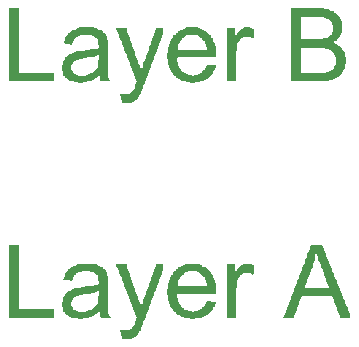
<source format=gbr>
G04TESTA*
%FSLAX26Y26*%
%MOMM*%
%TF.CreationDate,2025-02-27T16:01:04+08*%
G01*
G75*
%LNA*%
%LPD*%
G36*
X617280Y8333312D02*
X1481472D01*
Y2962976D01*
X1543200Y2901248D01*
X4506144D01*
Y2160512D01*
X617280D01*
Y8333312D01*
G37*
%LPD*%
G36*
X6666624Y6728384D02*
X7839456D01*
X7901184Y6666656D01*
X8086368D01*
X8148096Y6604928D01*
X8209824D01*
X8271552Y6543200D01*
X8395008D01*
X8456736Y6481472D01*
X8518464D01*
X8580192Y6419744D01*
X8641920Y6358016D01*
X8703648Y6296288D01*
X8765376Y6234560D01*
X8827104Y6172832D01*
Y6111104D01*
X8888832Y6049376D01*
X8950560Y5987648D01*
Y5740736D01*
X9012288Y5679008D01*
Y2901248D01*
X9074016Y2839520D01*
Y2530880D01*
X9135744Y2469152D01*
Y2345696D01*
X9197472Y2283968D01*
X9259200Y2222240D01*
Y2160512D01*
X8456736D01*
Y2222240D01*
X8395008Y2283968D01*
Y2407424D01*
X8333280Y2469152D01*
Y2592608D01*
X8271552Y2654336D01*
X8209824Y2592608D01*
X8148096D01*
X8086368Y2530880D01*
X8024640Y2469152D01*
X7962912D01*
X7901184Y2407424D01*
X7839456Y2345696D01*
X7777728Y2283968D01*
X7654272D01*
X7592544Y2222240D01*
X7469088D01*
X7407360Y2160512D01*
X7222176D01*
X7160448Y2098784D01*
X6913536D01*
X6851808Y2037056D01*
X6543168D01*
X6481440Y2098784D01*
X6234528D01*
X6172800Y2160512D01*
X5925888D01*
X5864160Y2222240D01*
X5802432D01*
X5740704Y2283968D01*
X5678976Y2345696D01*
X5617248D01*
X5555520Y2407424D01*
X5493792Y2469152D01*
X5432064Y2530880D01*
X5370336Y2592608D01*
X5308608Y2654336D01*
X5246880Y2716064D01*
Y2901248D01*
X5185152Y2962976D01*
Y3024704D01*
X5123424Y3086432D01*
Y3518528D01*
X5185152Y3580256D01*
Y3765440D01*
X5246880Y3827168D01*
Y3888896D01*
X5308608Y3950624D01*
Y4012352D01*
X5370336Y4074080D01*
X5432064Y4135808D01*
Y4197536D01*
X5493792Y4259264D01*
X5555520Y4320992D01*
X5617248D01*
X5678976Y4382720D01*
X5740704Y4444448D01*
X5802432D01*
X5864160Y4506176D01*
X5925888D01*
X5987616Y4567904D01*
X6111072D01*
X6172800Y4629632D01*
X6296256D01*
X6357984Y4691360D01*
X6728352D01*
X6790080Y4753088D01*
X7036992D01*
X7098720Y4814816D01*
X7469088D01*
X7530816Y4876544D01*
X7777728D01*
X7839456Y4938272D01*
X8086368D01*
X8148096Y5000000D01*
X8209824D01*
X8271552Y5061728D01*
Y5246912D01*
X8209824Y5308640D01*
Y5617280D01*
X8148096Y5679008D01*
Y5740736D01*
X8086368Y5802464D01*
X8024640Y5864192D01*
X7962912Y5925920D01*
X7901184D01*
X7839456Y5987648D01*
X7777728D01*
X7716000Y6049376D01*
X7592544D01*
X7530816Y6111104D01*
X6851808D01*
X6790080Y6049376D01*
X6666624D01*
X6604896Y5987648D01*
X6481440D01*
X6419712Y5925920D01*
X6357984D01*
X6296256Y5864192D01*
X6234528Y5802464D01*
X6172800Y5740736D01*
Y5679008D01*
X6111072Y5617280D01*
X6049344Y5555552D01*
Y5432096D01*
X5987616Y5370368D01*
Y5246912D01*
X5864160D01*
X5802432Y5308640D01*
X5493792D01*
X5432064Y5370368D01*
X5246880D01*
Y5432096D01*
X5308608Y5493824D01*
Y5617280D01*
X5370336Y5679008D01*
Y5802464D01*
X5432064Y5864192D01*
Y5925920D01*
X5493792Y5987648D01*
X5555520Y6049376D01*
Y6111104D01*
X5617248Y6172832D01*
X5678976Y6234560D01*
X5740704Y6296288D01*
X5802432Y6358016D01*
X5864160D01*
X5925888Y6419744D01*
X5987616Y6481472D01*
X6049344D01*
X6111072Y6543200D01*
X6234528D01*
X6296256Y6604928D01*
X6357984D01*
X6419712Y6666656D01*
X6666624Y6728384D01*
G37*
%LPC*%
G36*
X8148096Y4382720D02*
X8271552D01*
Y4012352D01*
X8209824Y3950624D01*
Y3580256D01*
X8148096Y3518528D01*
Y3395072D01*
X8086368Y3333344D01*
Y3271616D01*
X8024640Y3209888D01*
X7962912Y3148160D01*
X7901184Y3086432D01*
X7839456Y3024704D01*
X7777728Y2962976D01*
X7716000Y2901248D01*
X7654272Y2839520D01*
X7530816D01*
X7469088Y2777792D01*
X7345632D01*
X7283904Y2716064D01*
X7160448D01*
X7098720Y2654336D01*
X6543168D01*
X6481440Y2716064D01*
X6357984D01*
X6296256Y2777792D01*
X6234528D01*
X6172800Y2839520D01*
X6111072Y2901248D01*
X6049344Y2962976D01*
Y3024704D01*
X5987616Y3086432D01*
Y3148160D01*
X5925888Y3209888D01*
Y3518528D01*
X5987616Y3580256D01*
Y3641984D01*
X6049344Y3703712D01*
Y3765440D01*
X6111072Y3827168D01*
X6172800Y3888896D01*
X6234528D01*
X6296256Y3950624D01*
X6357984D01*
X6419712Y4012352D01*
X6543168D01*
X6604896Y4074080D01*
X6851808D01*
X6913536Y4135808D01*
X7160448D01*
X7222176Y4197536D01*
X7530816D01*
X7592544Y4259264D01*
X7839456D01*
X7901184Y4320992D01*
X8148096Y4382720D01*
G37*
%LPD*%
G36*
X9753024Y6666656D02*
X10617216D01*
Y6543200D01*
X10678944Y6481472D01*
Y6358016D01*
X10740672Y6296288D01*
Y6172832D01*
X10802400Y6111104D01*
Y5987648D01*
X10864128Y5925920D01*
Y5802464D01*
X10925856Y5740736D01*
Y5617280D01*
X10987584Y5555552D01*
Y5432096D01*
X11049312Y5370368D01*
Y5308640D01*
X11111040Y5246912D01*
Y5123456D01*
X11172768Y5061728D01*
Y4938272D01*
X11234496Y4876544D01*
Y4753088D01*
X11296224Y4691360D01*
Y4567904D01*
X11357952Y4506176D01*
Y4382720D01*
X11419680Y4320992D01*
Y4197536D01*
X11481408Y4135808D01*
Y4074080D01*
X11543136Y4012352D01*
Y3950624D01*
X11604864Y3888896D01*
Y3703712D01*
X11666592Y3641984D01*
Y3580256D01*
X11728320Y3518528D01*
Y3333344D01*
X11790048Y3271616D01*
Y3209888D01*
X11851776Y3148160D01*
X11913504Y3209888D01*
Y3333344D01*
X11975232Y3395072D01*
Y3518528D01*
X12036960Y3580256D01*
Y3765440D01*
X12098688Y3827168D01*
Y3888896D01*
X12160416Y3950624D01*
Y4074080D01*
X12222144Y4135808D01*
Y4259264D01*
X12283872Y4320992D01*
Y4382720D01*
X12345600Y4444448D01*
Y4567904D01*
X12407328Y4629632D01*
Y4753088D01*
X12469056Y4814816D01*
Y4938272D01*
X12530784Y5000000D01*
Y5123456D01*
X12592512Y5185184D01*
Y5246912D01*
X12654240Y5308640D01*
Y5432096D01*
X12715968Y5493824D01*
Y5617280D01*
X12777696Y5679008D01*
Y5802464D01*
X12839424Y5864192D01*
Y5987648D01*
X12901152Y6049376D01*
Y6111104D01*
X12962880Y6172832D01*
Y6296288D01*
X13024608Y6358016D01*
Y6481472D01*
X13086336Y6543200D01*
Y6666656D01*
X13703616D01*
Y6172832D01*
X13641888Y6111104D01*
Y5987648D01*
X13580160Y5925920D01*
Y5864192D01*
X13518432Y5802464D01*
Y5679008D01*
X13456704Y5617280D01*
Y5493824D01*
X13394976Y5432096D01*
Y5370368D01*
X13333248Y5308640D01*
Y5185184D01*
X13271520Y5123456D01*
Y5000000D01*
X13209792Y4938272D01*
Y4876544D01*
X13148064Y4814816D01*
Y4691360D01*
X13086336Y4629632D01*
Y4506176D01*
X13024608Y4444448D01*
Y4382720D01*
X12962880Y4320992D01*
Y4197536D01*
X12901152Y4135808D01*
Y4012352D01*
X12839424Y3950624D01*
Y3888896D01*
X12777696Y3827168D01*
Y3703712D01*
X12715968Y3641984D01*
Y3518528D01*
X12654240Y3456800D01*
Y3395072D01*
X12592512Y3333344D01*
Y3209888D01*
X12530784Y3148160D01*
Y3024704D01*
X12469056Y2962976D01*
Y2901248D01*
X12407328Y2839520D01*
Y2716064D01*
X12345600Y2654336D01*
Y2530880D01*
X12283872Y2469152D01*
Y2407424D01*
X12222144Y2345696D01*
Y2222240D01*
X12160416Y2160512D01*
Y2037056D01*
X12098688Y1975328D01*
Y1913600D01*
X12036960Y1851872D01*
Y1728416D01*
X11975232Y1666688D01*
Y1604960D01*
X11913504Y1543232D01*
Y1419776D01*
X11851776Y1358048D01*
Y1234592D01*
X11790048Y1172864D01*
Y1111136D01*
X11728320Y1049408D01*
X11666592Y987680D01*
Y925952D01*
X11604864Y864224D01*
X11543136Y802496D01*
Y740768D01*
X11481408Y679040D01*
X11419680Y617312D01*
X11357952Y555584D01*
X11296224D01*
X11234496Y493856D01*
X11172768Y432128D01*
X11049312D01*
X10987584Y370400D01*
X10308576D01*
X10246848Y432128D01*
X10185120D01*
Y617312D01*
X10123392Y679040D01*
Y925952D01*
X10061664Y987680D01*
Y1111136D01*
X10864128D01*
X10925856Y1172864D01*
X10987584Y1234592D01*
X11049312D01*
X11111040Y1296320D01*
Y1358048D01*
X11172768Y1419776D01*
X11234496Y1481504D01*
Y1543232D01*
X11296224Y1604960D01*
Y1728416D01*
X11357952Y1790144D01*
Y1913600D01*
X11419680Y1975328D01*
Y2098784D01*
X11481408Y2160512D01*
Y2222240D01*
X11419680Y2283968D01*
Y2345696D01*
X11357952Y2407424D01*
Y2530880D01*
X11296224Y2592608D01*
Y2654336D01*
X11234496Y2716064D01*
Y2839520D01*
X11172768Y2901248D01*
Y3024704D01*
X11111040Y3086432D01*
Y3148160D01*
X11049312Y3209888D01*
Y3333344D01*
X10987584Y3395072D01*
Y3456800D01*
X10925856Y3518528D01*
Y3641984D01*
X10864128Y3703712D01*
Y3765440D01*
X10802400Y3827168D01*
Y3950624D01*
X10740672Y4012352D01*
Y4135808D01*
X10678944Y4197536D01*
Y4259264D01*
X10617216Y4320992D01*
Y4444448D01*
X10555488Y4506176D01*
Y4567904D01*
X10493760Y4629632D01*
Y4753088D01*
X10432032Y4814816D01*
Y4876544D01*
X10370304Y4938272D01*
Y5061728D01*
X10308576Y5123456D01*
Y5246912D01*
X10246848Y5308640D01*
Y5370368D01*
X10185120Y5432096D01*
Y5555552D01*
X10123392Y5617280D01*
Y5679008D01*
X10061664Y5740736D01*
Y5864192D01*
X9999936Y5925920D01*
Y5987648D01*
X9938208Y6049376D01*
Y6172832D01*
X9876480Y6234560D01*
Y6358016D01*
X9814752Y6419744D01*
Y6481472D01*
X9753024Y6543200D01*
Y6666656D01*
G37*
%LPD*%
G36*
X15740640Y6728384D02*
X16666560D01*
X16728288Y6666656D01*
X16851744D01*
X16913472Y6604928D01*
X16975200D01*
X17036928Y6543200D01*
X17098656Y6481472D01*
X17160384D01*
X17222112Y6419744D01*
X17345568D01*
X17407296Y6358016D01*
X17469024Y6296288D01*
X17530752Y6234560D01*
X17592480Y6172832D01*
X17654208Y6111104D01*
X17715936Y6049376D01*
X17777664Y5987648D01*
Y5925920D01*
X17839392Y5864192D01*
X17901120Y5802464D01*
Y5740736D01*
X17962848Y5679008D01*
Y5555552D01*
X18024576Y5493824D01*
Y5432096D01*
X18086304Y5370368D01*
Y5185184D01*
X18148032Y5123456D01*
Y4938272D01*
X18209760Y4876544D01*
Y4197536D01*
X14938176D01*
X14876448Y4135808D01*
Y3888896D01*
X14938176Y3827168D01*
Y3765440D01*
X14999904Y3703712D01*
Y3518528D01*
X15061632Y3456800D01*
Y3395072D01*
X15123360Y3333344D01*
Y3271616D01*
X15185088Y3209888D01*
Y3148160D01*
X15246816Y3086432D01*
X15308544Y3024704D01*
X15370272Y2962976D01*
X15432000D01*
X15493728Y2901248D01*
X15555456Y2839520D01*
X15617184D01*
X15678912Y2777792D01*
X15802368D01*
X15864096Y2716064D01*
X16172736D01*
X16234464Y2654336D01*
X16296192D01*
X16357920Y2716064D01*
X16604832D01*
X16666560Y2777792D01*
X16728288D01*
X16790016Y2839520D01*
X16851744Y2901248D01*
X16913472D01*
X16975200Y2962976D01*
X17036928Y3024704D01*
X17098656Y3086432D01*
X17160384Y3148160D01*
X17222112Y3209888D01*
X17283840Y3271616D01*
Y3333344D01*
X17345568Y3395072D01*
Y3456800D01*
X17407296Y3518528D01*
Y3580256D01*
X17715936D01*
X17777664Y3518528D01*
X18148032D01*
Y3395072D01*
X18086304Y3333344D01*
Y3148160D01*
X18024576Y3086432D01*
X17962848Y3024704D01*
Y2962976D01*
X17901120Y2901248D01*
Y2839520D01*
X17839392Y2777792D01*
X17777664Y2716064D01*
X17715936Y2654336D01*
X17654208Y2592608D01*
X17592480Y2530880D01*
X17530752Y2469152D01*
X17469024Y2407424D01*
X17407296Y2345696D01*
X17345568D01*
X17283840Y2283968D01*
X17160384D01*
X17098656Y2222240D01*
X17036928D01*
X16975200Y2160512D01*
X16790016D01*
X16728288Y2098784D01*
X16419648D01*
X16357920Y2037056D01*
X16049280D01*
X15987552Y2098784D01*
X15678912D01*
X15617184Y2160512D01*
X15493728D01*
X15432000Y2222240D01*
X15308544D01*
X15246816Y2283968D01*
X15185088D01*
X15123360Y2345696D01*
X15061632D01*
X14999904Y2407424D01*
X14938176D01*
X14876448Y2469152D01*
X14814720Y2530880D01*
X14752992Y2592608D01*
X14691264Y2654336D01*
X14629536Y2716064D01*
X14567808Y2777792D01*
X14506080Y2839520D01*
Y2901248D01*
X14444352Y2962976D01*
X14382624Y3024704D01*
Y3086432D01*
X14320896Y3148160D01*
Y3209888D01*
X14259168Y3271616D01*
Y3333344D01*
X14197440Y3395072D01*
Y3580256D01*
X14135712Y3641984D01*
Y4074080D01*
X14073984Y4135808D01*
Y4567904D01*
X14135712Y4629632D01*
Y5061728D01*
X14197440Y5123456D01*
Y5308640D01*
X14259168Y5370368D01*
Y5432096D01*
X14320896Y5493824D01*
Y5617280D01*
X14382624Y5679008D01*
Y5740736D01*
X14444352Y5802464D01*
X14506080Y5864192D01*
Y5925920D01*
X14567808Y5987648D01*
Y6049376D01*
X14629536Y6111104D01*
X14691264D01*
X14752992Y6172832D01*
X14814720Y6234560D01*
X14876448Y6296288D01*
X14938176Y6358016D01*
X14999904Y6419744D01*
X15061632D01*
X15123360Y6481472D01*
X15185088D01*
X15246816Y6543200D01*
X15308544D01*
X15370272Y6604928D01*
X15493728D01*
X15555456Y6666656D01*
X15740640Y6728384D01*
G37*
%LPC*%
G36*
X15864096Y6111104D02*
X16543104D01*
X16604832Y6049376D01*
X16666560D01*
X16728288Y5987648D01*
X16790016Y5925920D01*
X16851744D01*
X16913472Y5864192D01*
X16975200Y5802464D01*
X17036928Y5740736D01*
X17098656Y5679008D01*
X17160384Y5617280D01*
X17222112Y5555552D01*
Y5432096D01*
X17283840Y5370368D01*
X17345568Y5308640D01*
Y5123456D01*
X17407296Y5061728D01*
Y4814816D01*
X14938176D01*
Y5185184D01*
X14999904Y5246912D01*
Y5308640D01*
X15061632Y5370368D01*
Y5432096D01*
X15123360Y5493824D01*
Y5555552D01*
X15185088Y5617280D01*
X15246816Y5679008D01*
X15308544Y5740736D01*
Y5802464D01*
X15370272D01*
X15432000Y5864192D01*
X15493728Y5925920D01*
X15555456Y5987648D01*
X15617184D01*
X15678912Y6049376D01*
X15864096Y6111104D01*
G37*
%LPD*%
G36*
X20555424Y6728384D02*
X21049248D01*
X21110976Y6666656D01*
X21234432D01*
X21296160Y6604928D01*
X21419616D01*
Y6049376D01*
X21357888Y5987648D01*
Y5925920D01*
X21296160Y5864192D01*
Y5802464D01*
X21234432Y5864192D01*
X21172704D01*
X21110976Y5925920D01*
X20802336D01*
X20740608Y5987648D01*
X20678880Y5925920D01*
X20493696D01*
X20431968Y5864192D01*
X20370240D01*
X20308512Y5802464D01*
X20246784Y5740736D01*
X20185056Y5679008D01*
X20123328Y5617280D01*
Y5555552D01*
X20061600Y5493824D01*
Y5432096D01*
X19999872Y5370368D01*
Y5123456D01*
X19938144Y5061728D01*
Y4753088D01*
X19876416Y4691360D01*
Y2160512D01*
X19135680D01*
Y6666656D01*
X19814688D01*
Y6172832D01*
X19876416Y6111104D01*
X19938144Y6172832D01*
X19999872Y6234560D01*
X20061600Y6296288D01*
Y6358016D01*
X20123328Y6419744D01*
X20185056Y6481472D01*
X20246784Y6543200D01*
X20308512Y6604928D01*
X20370240D01*
X20431968Y6666656D01*
X20555424Y6728384D01*
G37*
%LPD*%
G36*
X26234400Y8333312D02*
X27160320D01*
Y8271584D01*
X27222048Y8209856D01*
Y8148128D01*
X27283776Y8086400D01*
Y7962944D01*
X27345504Y7901216D01*
Y7839488D01*
X27407232Y7777760D01*
Y7654304D01*
X27468960Y7592576D01*
Y7530848D01*
X27530688Y7469120D01*
Y7345664D01*
X27592416Y7283936D01*
Y7222208D01*
X27654144Y7160480D01*
Y7037024D01*
X27715872Y6975296D01*
Y6913568D01*
X27777600Y6851840D01*
Y6728384D01*
X27839328Y6666656D01*
Y6604928D01*
X27901056Y6543200D01*
Y6419744D01*
X27962784Y6358016D01*
Y6296288D01*
X28024512Y6234560D01*
Y6111104D01*
X28086240Y6049376D01*
Y5987648D01*
X28147968Y5925920D01*
Y5802464D01*
X28209696Y5740736D01*
Y5679008D01*
X28271424Y5617280D01*
Y5493824D01*
X28333152Y5432096D01*
Y5370368D01*
X28394880Y5308640D01*
Y5246912D01*
X28456608Y5185184D01*
Y5061728D01*
X28518336Y5000000D01*
Y4938272D01*
X28580064Y4876544D01*
Y4753088D01*
X28641792Y4691360D01*
Y4629632D01*
X28703520Y4567904D01*
Y4444448D01*
X28765248Y4382720D01*
Y4320992D01*
X28826976Y4259264D01*
Y4135808D01*
X28888704Y4074080D01*
Y4012352D01*
X28950432Y3950624D01*
Y3827168D01*
X29012160Y3765440D01*
Y3703712D01*
X29073888Y3641984D01*
Y3518528D01*
X29135616Y3456800D01*
Y3395072D01*
X29197344Y3333344D01*
Y3209888D01*
X29259072Y3148160D01*
Y3086432D01*
X29320800Y3024704D01*
Y2901248D01*
X29382528Y2839520D01*
Y2777792D01*
X29444256Y2716064D01*
Y2592608D01*
X29505984Y2530880D01*
Y2469152D01*
X29567712Y2407424D01*
Y2160512D01*
X28703520D01*
Y2222240D01*
X28641792Y2283968D01*
Y2407424D01*
X28580064Y2469152D01*
Y2530880D01*
X28518336Y2592608D01*
Y2716064D01*
X28456608Y2777792D01*
Y2901248D01*
X28394880Y2962976D01*
Y3024704D01*
X28333152Y3086432D01*
Y3209888D01*
X28271424Y3271616D01*
Y3395072D01*
X28209696Y3456800D01*
Y3580256D01*
X28147968Y3641984D01*
Y3703712D01*
X28086240Y3765440D01*
Y3888896D01*
X28024512Y3950624D01*
X27962784Y4012352D01*
X25493664D01*
X25431936Y3950624D01*
X25370208Y3888896D01*
Y3765440D01*
X25308480Y3703712D01*
Y3641984D01*
X25246752Y3580256D01*
Y3456800D01*
X25185024Y3395072D01*
Y3271616D01*
X25123296Y3209888D01*
Y3148160D01*
X25061568Y3086432D01*
Y2962976D01*
X24999840Y2901248D01*
Y2777792D01*
X24938112Y2716064D01*
Y2592608D01*
X24876384Y2530880D01*
Y2469152D01*
X24814656Y2407424D01*
Y2283968D01*
X24752928Y2222240D01*
Y2160512D01*
X23888736D01*
Y2222240D01*
X23950464Y2283968D01*
Y2345696D01*
X24012192Y2407424D01*
Y2530880D01*
X24073920Y2592608D01*
Y2716064D01*
X24135648Y2777792D01*
Y2839520D01*
X24197376Y2901248D01*
Y3024704D01*
X24259104Y3086432D01*
Y3209888D01*
X24320832Y3271616D01*
Y3333344D01*
X24382560Y3395072D01*
Y3518528D01*
X24444288Y3580256D01*
Y3641984D01*
X24506016Y3703712D01*
Y3827168D01*
X24567744Y3888896D01*
Y4012352D01*
X24629472Y4074080D01*
Y4135808D01*
X24691200Y4197536D01*
Y4320992D01*
X24752928Y4382720D01*
Y4506176D01*
X24814656Y4567904D01*
Y4629632D01*
X24876384Y4691360D01*
Y4814816D01*
X24938112Y4876544D01*
Y5000000D01*
X24999840Y5061728D01*
Y5123456D01*
X25061568Y5185184D01*
Y5308640D01*
X25123296Y5370368D01*
Y5432096D01*
X25185024Y5493824D01*
Y5617280D01*
X25246752Y5679008D01*
Y5802464D01*
X25308480Y5864192D01*
Y5925920D01*
X25370208Y5987648D01*
Y6111104D01*
X25431936Y6172832D01*
Y6296288D01*
X25493664Y6358016D01*
Y6419744D01*
X25555392Y6481472D01*
Y6604928D01*
X25617120Y6666656D01*
Y6728384D01*
X25678848Y6790112D01*
Y6913568D01*
X25740576Y6975296D01*
Y7098752D01*
X25802304Y7160480D01*
Y7222208D01*
X25864032Y7283936D01*
Y7407392D01*
X25925760Y7469120D01*
Y7592576D01*
X25987488Y7654304D01*
Y7716032D01*
X26049216Y7777760D01*
Y7901216D01*
X26110944Y7962944D01*
Y8086400D01*
X26172672Y8148128D01*
Y8209856D01*
X26234400Y8271584D01*
Y8333312D01*
G37*
%LPC*%
G36*
X26666496Y7654304D02*
Y7592576D01*
X26728224Y7530848D01*
Y7469120D01*
X26789952Y7407392D01*
Y7283936D01*
X26851680Y7222208D01*
Y7037024D01*
X26913408Y6975296D01*
Y6913568D01*
X26975136Y6851840D01*
Y6728384D01*
X27036864Y6666656D01*
Y6543200D01*
X27098592Y6481472D01*
Y6419744D01*
X27160320Y6358016D01*
Y6296288D01*
X27222048Y6234560D01*
Y6111104D01*
X27283776Y6049376D01*
Y5925920D01*
X27345504Y5864192D01*
Y5740736D01*
X27407232Y5679008D01*
Y5555552D01*
X27468960Y5493824D01*
Y5432096D01*
X27530688Y5370368D01*
Y5246912D01*
X27592416Y5185184D01*
Y5061728D01*
X27654144Y5000000D01*
Y4876544D01*
X27715872Y4814816D01*
Y4753088D01*
X27777600Y4691360D01*
X25678848D01*
Y4814816D01*
X25740576Y4876544D01*
Y4938272D01*
X25802304Y5000000D01*
Y5123456D01*
X25864032Y5185184D01*
Y5246912D01*
X25925760Y5308640D01*
Y5432096D01*
X25987488Y5493824D01*
Y5617280D01*
X26049216Y5679008D01*
Y5740736D01*
X26110944Y5802464D01*
Y5925920D01*
X26172672Y5987648D01*
Y6049376D01*
X26234400Y6111104D01*
Y6234560D01*
X26296128Y6296288D01*
Y6358016D01*
X26357856Y6419744D01*
Y6666656D01*
X26419584Y6728384D01*
Y6790112D01*
X26481312Y6851840D01*
Y6975296D01*
X26543040Y7037024D01*
Y7283936D01*
X26604768Y7345664D01*
X26666496Y7654304D01*
G37*
%LNB*%
%LPD*%
G36*
X617280Y28333312D02*
X1481472D01*
Y22962976D01*
X1543200Y22901248D01*
X4506144D01*
Y22160512D01*
X617280D01*
Y28333312D01*
G37*
%LPD*%
G36*
X6666624Y26728384D02*
X7839456D01*
X7901184Y26666656D01*
X8086368D01*
X8148096Y26604928D01*
X8209824D01*
X8271552Y26543200D01*
X8395008D01*
X8456736Y26481472D01*
X8518464D01*
X8580192Y26419744D01*
X8641920Y26358016D01*
X8703648Y26296288D01*
X8765376Y26234560D01*
X8827104Y26172832D01*
Y26111104D01*
X8888832Y26049376D01*
X8950560Y25987648D01*
Y25740736D01*
X9012288Y25679008D01*
Y22901248D01*
X9074016Y22839520D01*
Y22530880D01*
X9135744Y22469152D01*
Y22345696D01*
X9197472Y22283968D01*
X9259200Y22222240D01*
Y22160512D01*
X8456736D01*
Y22222240D01*
X8395008Y22283968D01*
Y22407424D01*
X8333280Y22469152D01*
Y22592608D01*
X8271552Y22654336D01*
X8209824Y22592608D01*
X8148096D01*
X8086368Y22530880D01*
X8024640Y22469152D01*
X7962912D01*
X7901184Y22407424D01*
X7839456Y22345696D01*
X7777728Y22283968D01*
X7654272D01*
X7592544Y22222240D01*
X7469088D01*
X7407360Y22160512D01*
X7222176D01*
X7160448Y22098784D01*
X6913536D01*
X6851808Y22037056D01*
X6543168D01*
X6481440Y22098784D01*
X6234528D01*
X6172800Y22160512D01*
X5925888D01*
X5864160Y22222240D01*
X5802432D01*
X5740704Y22283968D01*
X5678976Y22345696D01*
X5617248D01*
X5555520Y22407424D01*
X5493792Y22469152D01*
X5432064Y22530880D01*
X5370336Y22592608D01*
X5308608Y22654336D01*
X5246880Y22716064D01*
Y22901248D01*
X5185152Y22962976D01*
Y23024704D01*
X5123424Y23086432D01*
Y23518528D01*
X5185152Y23580256D01*
Y23765440D01*
X5246880Y23827168D01*
Y23888896D01*
X5308608Y23950624D01*
Y24012352D01*
X5370336Y24074080D01*
X5432064Y24135808D01*
Y24197536D01*
X5493792Y24259264D01*
X5555520Y24320992D01*
X5617248D01*
X5678976Y24382720D01*
X5740704Y24444448D01*
X5802432D01*
X5864160Y24506176D01*
X5925888D01*
X5987616Y24567904D01*
X6111072D01*
X6172800Y24629632D01*
X6296256D01*
X6357984Y24691360D01*
X6728352D01*
X6790080Y24753088D01*
X7036992D01*
X7098720Y24814816D01*
X7469088D01*
X7530816Y24876544D01*
X7777728D01*
X7839456Y24938272D01*
X8086368D01*
X8148096Y25000000D01*
X8209824D01*
X8271552Y25061728D01*
Y25246912D01*
X8209824Y25308640D01*
Y25617280D01*
X8148096Y25679008D01*
Y25740736D01*
X8086368Y25802464D01*
X8024640Y25864192D01*
X7962912Y25925920D01*
X7901184D01*
X7839456Y25987648D01*
X7777728D01*
X7716000Y26049376D01*
X7592544D01*
X7530816Y26111104D01*
X6851808D01*
X6790080Y26049376D01*
X6666624D01*
X6604896Y25987648D01*
X6481440D01*
X6419712Y25925920D01*
X6357984D01*
X6296256Y25864192D01*
X6234528Y25802464D01*
X6172800Y25740736D01*
Y25679008D01*
X6111072Y25617280D01*
X6049344Y25555552D01*
Y25432096D01*
X5987616Y25370368D01*
Y25246912D01*
X5864160D01*
X5802432Y25308640D01*
X5493792D01*
X5432064Y25370368D01*
X5246880D01*
Y25432096D01*
X5308608Y25493824D01*
Y25617280D01*
X5370336Y25679008D01*
Y25802464D01*
X5432064Y25864192D01*
Y25925920D01*
X5493792Y25987648D01*
X5555520Y26049376D01*
Y26111104D01*
X5617248Y26172832D01*
X5678976Y26234560D01*
X5740704Y26296288D01*
X5802432Y26358016D01*
X5864160D01*
X5925888Y26419744D01*
X5987616Y26481472D01*
X6049344D01*
X6111072Y26543200D01*
X6234528D01*
X6296256Y26604928D01*
X6357984D01*
X6419712Y26666656D01*
X6666624Y26728384D01*
G37*
%LPC*%
G36*
X8148096Y24382720D02*
X8271552D01*
Y24012352D01*
X8209824Y23950624D01*
Y23580256D01*
X8148096Y23518528D01*
Y23395072D01*
X8086368Y23333344D01*
Y23271616D01*
X8024640Y23209888D01*
X7962912Y23148160D01*
X7901184Y23086432D01*
X7839456Y23024704D01*
X7777728Y22962976D01*
X7716000Y22901248D01*
X7654272Y22839520D01*
X7530816D01*
X7469088Y22777792D01*
X7345632D01*
X7283904Y22716064D01*
X7160448D01*
X7098720Y22654336D01*
X6543168D01*
X6481440Y22716064D01*
X6357984D01*
X6296256Y22777792D01*
X6234528D01*
X6172800Y22839520D01*
X6111072Y22901248D01*
X6049344Y22962976D01*
Y23024704D01*
X5987616Y23086432D01*
Y23148160D01*
X5925888Y23209888D01*
Y23518528D01*
X5987616Y23580256D01*
Y23641984D01*
X6049344Y23703712D01*
Y23765440D01*
X6111072Y23827168D01*
X6172800Y23888896D01*
X6234528D01*
X6296256Y23950624D01*
X6357984D01*
X6419712Y24012352D01*
X6543168D01*
X6604896Y24074080D01*
X6851808D01*
X6913536Y24135808D01*
X7160448D01*
X7222176Y24197536D01*
X7530816D01*
X7592544Y24259264D01*
X7839456D01*
X7901184Y24320992D01*
X8148096Y24382720D01*
G37*
%LPD*%
G36*
X9753024Y26666656D02*
X10617216D01*
Y26543200D01*
X10678944Y26481472D01*
Y26358016D01*
X10740672Y26296288D01*
Y26172832D01*
X10802400Y26111104D01*
Y25987648D01*
X10864128Y25925920D01*
Y25802464D01*
X10925856Y25740736D01*
Y25617280D01*
X10987584Y25555552D01*
Y25432096D01*
X11049312Y25370368D01*
Y25308640D01*
X11111040Y25246912D01*
Y25123456D01*
X11172768Y25061728D01*
Y24938272D01*
X11234496Y24876544D01*
Y24753088D01*
X11296224Y24691360D01*
Y24567904D01*
X11357952Y24506176D01*
Y24382720D01*
X11419680Y24320992D01*
Y24197536D01*
X11481408Y24135808D01*
Y24074080D01*
X11543136Y24012352D01*
Y23950624D01*
X11604864Y23888896D01*
Y23703712D01*
X11666592Y23641984D01*
Y23580256D01*
X11728320Y23518528D01*
Y23333344D01*
X11790048Y23271616D01*
Y23209888D01*
X11851776Y23148160D01*
X11913504Y23209888D01*
Y23333344D01*
X11975232Y23395072D01*
Y23518528D01*
X12036960Y23580256D01*
Y23765440D01*
X12098688Y23827168D01*
Y23888896D01*
X12160416Y23950624D01*
Y24074080D01*
X12222144Y24135808D01*
Y24259264D01*
X12283872Y24320992D01*
Y24382720D01*
X12345600Y24444448D01*
Y24567904D01*
X12407328Y24629632D01*
Y24753088D01*
X12469056Y24814816D01*
Y24938272D01*
X12530784Y25000000D01*
Y25123456D01*
X12592512Y25185184D01*
Y25246912D01*
X12654240Y25308640D01*
Y25432096D01*
X12715968Y25493824D01*
Y25617280D01*
X12777696Y25679008D01*
Y25802464D01*
X12839424Y25864192D01*
Y25987648D01*
X12901152Y26049376D01*
Y26111104D01*
X12962880Y26172832D01*
Y26296288D01*
X13024608Y26358016D01*
Y26481472D01*
X13086336Y26543200D01*
Y26666656D01*
X13703616D01*
Y26172832D01*
X13641888Y26111104D01*
Y25987648D01*
X13580160Y25925920D01*
Y25864192D01*
X13518432Y25802464D01*
Y25679008D01*
X13456704Y25617280D01*
Y25493824D01*
X13394976Y25432096D01*
Y25370368D01*
X13333248Y25308640D01*
Y25185184D01*
X13271520Y25123456D01*
Y25000000D01*
X13209792Y24938272D01*
Y24876544D01*
X13148064Y24814816D01*
Y24691360D01*
X13086336Y24629632D01*
Y24506176D01*
X13024608Y24444448D01*
Y24382720D01*
X12962880Y24320992D01*
Y24197536D01*
X12901152Y24135808D01*
Y24012352D01*
X12839424Y23950624D01*
Y23888896D01*
X12777696Y23827168D01*
Y23703712D01*
X12715968Y23641984D01*
Y23518528D01*
X12654240Y23456800D01*
Y23395072D01*
X12592512Y23333344D01*
Y23209888D01*
X12530784Y23148160D01*
Y23024704D01*
X12469056Y22962976D01*
Y22901248D01*
X12407328Y22839520D01*
Y22716064D01*
X12345600Y22654336D01*
Y22530880D01*
X12283872Y22469152D01*
Y22407424D01*
X12222144Y22345696D01*
Y22222240D01*
X12160416Y22160512D01*
Y22037056D01*
X12098688Y21975328D01*
Y21913600D01*
X12036960Y21851872D01*
Y21728416D01*
X11975232Y21666688D01*
Y21604960D01*
X11913504Y21543232D01*
Y21419776D01*
X11851776Y21358048D01*
Y21234592D01*
X11790048Y21172864D01*
Y21111136D01*
X11728320Y21049408D01*
X11666592Y20987680D01*
Y20925952D01*
X11604864Y20864224D01*
X11543136Y20802496D01*
Y20740768D01*
X11481408Y20679040D01*
X11419680Y20617312D01*
X11357952Y20555584D01*
X11296224D01*
X11234496Y20493856D01*
X11172768Y20432128D01*
X11049312D01*
X10987584Y20370400D01*
X10308576D01*
X10246848Y20432128D01*
X10185120D01*
Y20617312D01*
X10123392Y20679040D01*
Y20925952D01*
X10061664Y20987680D01*
Y21111136D01*
X10864128D01*
X10925856Y21172864D01*
X10987584Y21234592D01*
X11049312D01*
X11111040Y21296320D01*
Y21358048D01*
X11172768Y21419776D01*
X11234496Y21481504D01*
Y21543232D01*
X11296224Y21604960D01*
Y21728416D01*
X11357952Y21790144D01*
Y21913600D01*
X11419680Y21975328D01*
Y22098784D01*
X11481408Y22160512D01*
Y22222240D01*
X11419680Y22283968D01*
Y22345696D01*
X11357952Y22407424D01*
Y22530880D01*
X11296224Y22592608D01*
Y22654336D01*
X11234496Y22716064D01*
Y22839520D01*
X11172768Y22901248D01*
Y23024704D01*
X11111040Y23086432D01*
Y23148160D01*
X11049312Y23209888D01*
Y23333344D01*
X10987584Y23395072D01*
Y23456800D01*
X10925856Y23518528D01*
Y23641984D01*
X10864128Y23703712D01*
Y23765440D01*
X10802400Y23827168D01*
Y23950624D01*
X10740672Y24012352D01*
Y24135808D01*
X10678944Y24197536D01*
Y24259264D01*
X10617216Y24320992D01*
Y24444448D01*
X10555488Y24506176D01*
Y24567904D01*
X10493760Y24629632D01*
Y24753088D01*
X10432032Y24814816D01*
Y24876544D01*
X10370304Y24938272D01*
Y25061728D01*
X10308576Y25123456D01*
Y25246912D01*
X10246848Y25308640D01*
Y25370368D01*
X10185120Y25432096D01*
Y25555552D01*
X10123392Y25617280D01*
Y25679008D01*
X10061664Y25740736D01*
Y25864192D01*
X9999936Y25925920D01*
Y25987648D01*
X9938208Y26049376D01*
Y26172832D01*
X9876480Y26234560D01*
Y26358016D01*
X9814752Y26419744D01*
Y26481472D01*
X9753024Y26543200D01*
Y26666656D01*
G37*
%LPD*%
G36*
X15740640Y26728384D02*
X16666560D01*
X16728288Y26666656D01*
X16851744D01*
X16913472Y26604928D01*
X16975200D01*
X17036928Y26543200D01*
X17098656Y26481472D01*
X17160384D01*
X17222112Y26419744D01*
X17345568D01*
X17407296Y26358016D01*
X17469024Y26296288D01*
X17530752Y26234560D01*
X17592480Y26172832D01*
X17654208Y26111104D01*
X17715936Y26049376D01*
X17777664Y25987648D01*
Y25925920D01*
X17839392Y25864192D01*
X17901120Y25802464D01*
Y25740736D01*
X17962848Y25679008D01*
Y25555552D01*
X18024576Y25493824D01*
Y25432096D01*
X18086304Y25370368D01*
Y25185184D01*
X18148032Y25123456D01*
Y24938272D01*
X18209760Y24876544D01*
Y24197536D01*
X14938176D01*
X14876448Y24135808D01*
Y23888896D01*
X14938176Y23827168D01*
Y23765440D01*
X14999904Y23703712D01*
Y23518528D01*
X15061632Y23456800D01*
Y23395072D01*
X15123360Y23333344D01*
Y23271616D01*
X15185088Y23209888D01*
Y23148160D01*
X15246816Y23086432D01*
X15308544Y23024704D01*
X15370272Y22962976D01*
X15432000D01*
X15493728Y22901248D01*
X15555456Y22839520D01*
X15617184D01*
X15678912Y22777792D01*
X15802368D01*
X15864096Y22716064D01*
X16172736D01*
X16234464Y22654336D01*
X16296192D01*
X16357920Y22716064D01*
X16604832D01*
X16666560Y22777792D01*
X16728288D01*
X16790016Y22839520D01*
X16851744Y22901248D01*
X16913472D01*
X16975200Y22962976D01*
X17036928Y23024704D01*
X17098656Y23086432D01*
X17160384Y23148160D01*
X17222112Y23209888D01*
X17283840Y23271616D01*
Y23333344D01*
X17345568Y23395072D01*
Y23456800D01*
X17407296Y23518528D01*
Y23580256D01*
X17715936D01*
X17777664Y23518528D01*
X18148032D01*
Y23395072D01*
X18086304Y23333344D01*
Y23148160D01*
X18024576Y23086432D01*
X17962848Y23024704D01*
Y22962976D01*
X17901120Y22901248D01*
Y22839520D01*
X17839392Y22777792D01*
X17777664Y22716064D01*
X17715936Y22654336D01*
X17654208Y22592608D01*
X17592480Y22530880D01*
X17530752Y22469152D01*
X17469024Y22407424D01*
X17407296Y22345696D01*
X17345568D01*
X17283840Y22283968D01*
X17160384D01*
X17098656Y22222240D01*
X17036928D01*
X16975200Y22160512D01*
X16790016D01*
X16728288Y22098784D01*
X16419648D01*
X16357920Y22037056D01*
X16049280D01*
X15987552Y22098784D01*
X15678912D01*
X15617184Y22160512D01*
X15493728D01*
X15432000Y22222240D01*
X15308544D01*
X15246816Y22283968D01*
X15185088D01*
X15123360Y22345696D01*
X15061632D01*
X14999904Y22407424D01*
X14938176D01*
X14876448Y22469152D01*
X14814720Y22530880D01*
X14752992Y22592608D01*
X14691264Y22654336D01*
X14629536Y22716064D01*
X14567808Y22777792D01*
X14506080Y22839520D01*
Y22901248D01*
X14444352Y22962976D01*
X14382624Y23024704D01*
Y23086432D01*
X14320896Y23148160D01*
Y23209888D01*
X14259168Y23271616D01*
Y23333344D01*
X14197440Y23395072D01*
Y23580256D01*
X14135712Y23641984D01*
Y24074080D01*
X14073984Y24135808D01*
Y24567904D01*
X14135712Y24629632D01*
Y25061728D01*
X14197440Y25123456D01*
Y25308640D01*
X14259168Y25370368D01*
Y25432096D01*
X14320896Y25493824D01*
Y25617280D01*
X14382624Y25679008D01*
Y25740736D01*
X14444352Y25802464D01*
X14506080Y25864192D01*
Y25925920D01*
X14567808Y25987648D01*
Y26049376D01*
X14629536Y26111104D01*
X14691264D01*
X14752992Y26172832D01*
X14814720Y26234560D01*
X14876448Y26296288D01*
X14938176Y26358016D01*
X14999904Y26419744D01*
X15061632D01*
X15123360Y26481472D01*
X15185088D01*
X15246816Y26543200D01*
X15308544D01*
X15370272Y26604928D01*
X15493728D01*
X15555456Y26666656D01*
X15740640Y26728384D01*
G37*
%LPC*%
G36*
X15864096Y26111104D02*
X16543104D01*
X16604832Y26049376D01*
X16666560D01*
X16728288Y25987648D01*
X16790016Y25925920D01*
X16851744D01*
X16913472Y25864192D01*
X16975200Y25802464D01*
X17036928Y25740736D01*
X17098656Y25679008D01*
X17160384Y25617280D01*
X17222112Y25555552D01*
Y25432096D01*
X17283840Y25370368D01*
X17345568Y25308640D01*
Y25123456D01*
X17407296Y25061728D01*
Y24814816D01*
X14938176D01*
Y25185184D01*
X14999904Y25246912D01*
Y25308640D01*
X15061632Y25370368D01*
Y25432096D01*
X15123360Y25493824D01*
Y25555552D01*
X15185088Y25617280D01*
X15246816Y25679008D01*
X15308544Y25740736D01*
Y25802464D01*
X15370272D01*
X15432000Y25864192D01*
X15493728Y25925920D01*
X15555456Y25987648D01*
X15617184D01*
X15678912Y26049376D01*
X15864096Y26111104D01*
G37*
%LPD*%
G36*
X20555424Y26728384D02*
X21049248D01*
X21110976Y26666656D01*
X21234432D01*
X21296160Y26604928D01*
X21419616D01*
Y26049376D01*
X21357888Y25987648D01*
Y25925920D01*
X21296160Y25864192D01*
Y25802464D01*
X21234432Y25864192D01*
X21172704D01*
X21110976Y25925920D01*
X20802336D01*
X20740608Y25987648D01*
X20678880Y25925920D01*
X20493696D01*
X20431968Y25864192D01*
X20370240D01*
X20308512Y25802464D01*
X20246784Y25740736D01*
X20185056Y25679008D01*
X20123328Y25617280D01*
Y25555552D01*
X20061600Y25493824D01*
Y25432096D01*
X19999872Y25370368D01*
Y25123456D01*
X19938144Y25061728D01*
Y24753088D01*
X19876416Y24691360D01*
Y22160512D01*
X19135680D01*
Y26666656D01*
X19814688D01*
Y26172832D01*
X19876416Y26111104D01*
X19938144Y26172832D01*
X19999872Y26234560D01*
X20061600Y26296288D01*
Y26358016D01*
X20123328Y26419744D01*
X20185056Y26481472D01*
X20246784Y26543200D01*
X20308512Y26604928D01*
X20370240D01*
X20431968Y26666656D01*
X20555424Y26728384D01*
G37*
%LPD*%
G36*
X24506016Y28333312D02*
X27283776D01*
X27345504Y28271584D01*
X27715872D01*
X27777600Y28209856D01*
X27839328D01*
X27901056Y28148128D01*
X28024512D01*
X28086240Y28086400D01*
X28147968D01*
X28209696Y28024672D01*
X28271424Y27962944D01*
X28333152D01*
X28394880Y27901216D01*
X28456608Y27839488D01*
X28518336Y27777760D01*
X28580064Y27716032D01*
Y27654304D01*
X28641792Y27592576D01*
X28703520Y27530848D01*
X28765248Y27469120D01*
Y27345664D01*
X28826976Y27283936D01*
Y27098752D01*
X28888704Y27037024D01*
Y26543200D01*
X28826976Y26481472D01*
Y26358016D01*
X28765248Y26296288D01*
Y26172832D01*
X28703520Y26111104D01*
Y26049376D01*
X28641792Y25987648D01*
X28580064Y25925920D01*
Y25864192D01*
X28518336Y25802464D01*
X28456608Y25740736D01*
X28394880Y25679008D01*
X28333152Y25617280D01*
X28271424D01*
X28209696Y25555552D01*
X28147968Y25493824D01*
Y25432096D01*
X28209696Y25370368D01*
X28271424D01*
X28333152Y25308640D01*
X28394880D01*
X28456608Y25246912D01*
X28518336D01*
X28580064Y25185184D01*
X28641792Y25123456D01*
X28703520Y25061728D01*
X28765248D01*
X28826976Y25000000D01*
Y24938272D01*
X28888704Y24876544D01*
X28950432Y24814816D01*
Y24753088D01*
X29012160Y24691360D01*
X29073888Y24629632D01*
Y24506176D01*
X29135616Y24444448D01*
Y24259264D01*
X29197344Y24197536D01*
Y23703712D01*
X29135616Y23641984D01*
Y23395072D01*
X29073888Y23333344D01*
Y23271616D01*
X29012160Y23209888D01*
Y23148160D01*
X28950432Y23086432D01*
Y23024704D01*
X28888704Y22962976D01*
X28826976Y22901248D01*
Y22839520D01*
X28765248Y22777792D01*
X28703520Y22716064D01*
X28641792Y22654336D01*
X28580064Y22592608D01*
X28518336Y22530880D01*
X28456608D01*
X28394880Y22469152D01*
X28333152Y22407424D01*
X28271424D01*
X28209696Y22345696D01*
X28086240D01*
X28024512Y22283968D01*
X27777600D01*
X27715872Y22222240D01*
X27468960D01*
X27407232Y22160512D01*
X24506016D01*
Y28333312D01*
G37*
%LPC*%
G36*
X25370208Y27592576D02*
X27345504D01*
X27407232Y27530848D01*
X27530688D01*
X27592416Y27469120D01*
X27715872D01*
X27777600Y27407392D01*
X27839328Y27345664D01*
X27901056Y27283936D01*
Y27222208D01*
X27962784Y27160480D01*
X28024512Y27098752D01*
Y26975296D01*
X28086240Y26913568D01*
Y26419744D01*
X28024512Y26358016D01*
Y26234560D01*
X27962784Y26172832D01*
X27901056Y26111104D01*
X27839328Y26049376D01*
X27777600Y25987648D01*
X27715872Y25925920D01*
X27654144D01*
X27592416Y25864192D01*
X27530688D01*
X27468960Y25802464D01*
X27222048D01*
X27160320Y25740736D01*
X25370208D01*
Y27592576D01*
G37*
%LPC*%
G36*
X25370208Y25000000D02*
X27407232D01*
X27468960Y24938272D01*
X27654144D01*
X27715872Y24876544D01*
X27777600D01*
X27839328Y24814816D01*
X27901056D01*
X27962784Y24753088D01*
X28024512Y24691360D01*
X28086240Y24629632D01*
X28147968Y24567904D01*
X28209696Y24506176D01*
Y24444448D01*
X28271424Y24382720D01*
Y24320992D01*
X28333152Y24259264D01*
Y23641984D01*
X28271424Y23580256D01*
Y23518528D01*
X28209696Y23456800D01*
Y23395072D01*
X28147968Y23333344D01*
Y23271616D01*
X28086240Y23209888D01*
X28024512Y23148160D01*
X27962784D01*
X27901056Y23086432D01*
X27839328Y23024704D01*
X27715872D01*
X27654144Y22962976D01*
X27530688D01*
X27468960Y22901248D01*
X25370208D01*
Y25000000D01*
G37*
M02*

</source>
